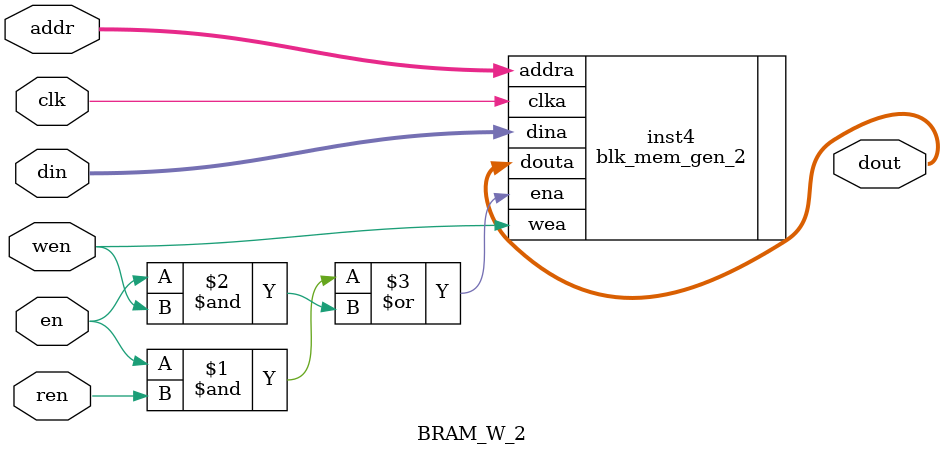
<source format=v>
`timescale 1ns / 1ps

module BRAM_W_2(clk, en, ren, wen, addr, din, dout);
input clk, en, wen, ren;
input [10:0] addr;
input [7:0] din;
output [7:0] dout;
blk_mem_gen_2 inst4(.clka(clk),.ena((en&ren)|(en&wen)),.wea(wen),.addra(addr),.dina(din),.douta(dout));
endmodule

</source>
